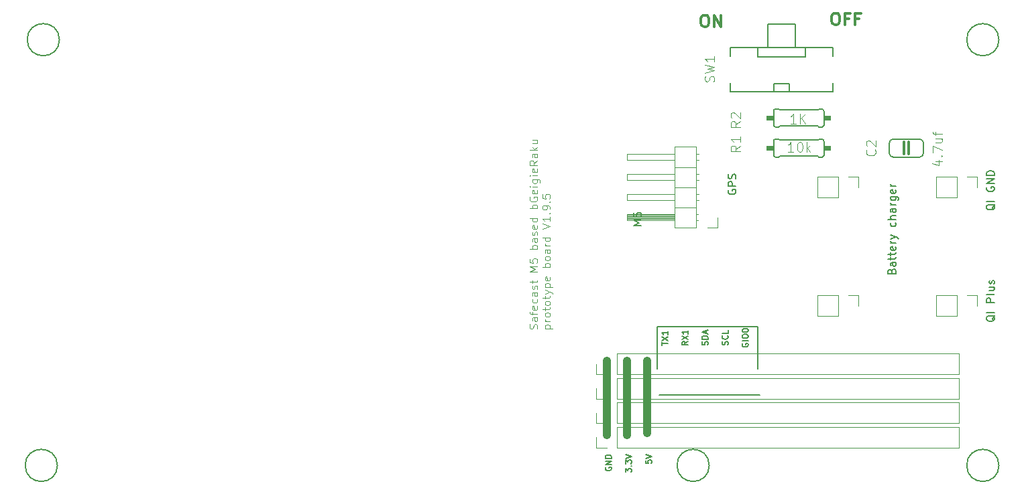
<source format=gbr>
G04 #@! TF.GenerationSoftware,KiCad,Pcbnew,5.99.0-unknown-a61ea1f~89~ubuntu20.04.1*
G04 #@! TF.CreationDate,2020-07-29T14:39:46+09:00*
G04 #@! TF.ProjectId,bGeigieRaku V2,62476569-6769-4655-9261-6b752056322e,rev?*
G04 #@! TF.SameCoordinates,Original*
G04 #@! TF.FileFunction,Legend,Top*
G04 #@! TF.FilePolarity,Positive*
%FSLAX46Y46*%
G04 Gerber Fmt 4.6, Leading zero omitted, Abs format (unit mm)*
G04 Created by KiCad (PCBNEW 5.99.0-unknown-a61ea1f~89~ubuntu20.04.1) date 2020-07-29 14:39:46*
%MOMM*%
%LPD*%
G01*
G04 APERTURE LIST*
%ADD10C,0.200000*%
%ADD11C,1.000000*%
%ADD12C,0.150000*%
%ADD13C,0.300000*%
%ADD14C,0.100000*%
%ADD15C,0.120650*%
%ADD16C,0.096520*%
%ADD17C,0.120000*%
%ADD18C,0.203200*%
%ADD19C,0.152400*%
%ADD20C,0.304800*%
%ADD21C,0.127000*%
G04 APERTURE END LIST*
D10*
X180949600Y-117296000D02*
X168249600Y-117296000D01*
D11*
X166725600Y-112978000D02*
X166725600Y-122122000D01*
X164185600Y-112978000D02*
X164185600Y-122376000D01*
D12*
X197641771Y-101626714D02*
X197689390Y-101483857D01*
X197737009Y-101436238D01*
X197832247Y-101388619D01*
X197975104Y-101388619D01*
X198070342Y-101436238D01*
X198117961Y-101483857D01*
X198165580Y-101579095D01*
X198165580Y-101960047D01*
X197165580Y-101960047D01*
X197165580Y-101626714D01*
X197213200Y-101531476D01*
X197260819Y-101483857D01*
X197356057Y-101436238D01*
X197451295Y-101436238D01*
X197546533Y-101483857D01*
X197594152Y-101531476D01*
X197641771Y-101626714D01*
X197641771Y-101960047D01*
X198165580Y-100531476D02*
X197641771Y-100531476D01*
X197546533Y-100579095D01*
X197498914Y-100674333D01*
X197498914Y-100864809D01*
X197546533Y-100960047D01*
X198117961Y-100531476D02*
X198165580Y-100626714D01*
X198165580Y-100864809D01*
X198117961Y-100960047D01*
X198022723Y-101007666D01*
X197927485Y-101007666D01*
X197832247Y-100960047D01*
X197784628Y-100864809D01*
X197784628Y-100626714D01*
X197737009Y-100531476D01*
X197498914Y-100198142D02*
X197498914Y-99817190D01*
X197165580Y-100055285D02*
X198022723Y-100055285D01*
X198117961Y-100007666D01*
X198165580Y-99912428D01*
X198165580Y-99817190D01*
X197498914Y-99626714D02*
X197498914Y-99245761D01*
X197165580Y-99483857D02*
X198022723Y-99483857D01*
X198117961Y-99436238D01*
X198165580Y-99341000D01*
X198165580Y-99245761D01*
X198117961Y-98531476D02*
X198165580Y-98626714D01*
X198165580Y-98817190D01*
X198117961Y-98912428D01*
X198022723Y-98960047D01*
X197641771Y-98960047D01*
X197546533Y-98912428D01*
X197498914Y-98817190D01*
X197498914Y-98626714D01*
X197546533Y-98531476D01*
X197641771Y-98483857D01*
X197737009Y-98483857D01*
X197832247Y-98960047D01*
X198165580Y-98055285D02*
X197498914Y-98055285D01*
X197689390Y-98055285D02*
X197594152Y-98007666D01*
X197546533Y-97960047D01*
X197498914Y-97864809D01*
X197498914Y-97769571D01*
X197498914Y-97531476D02*
X198165580Y-97293380D01*
X197498914Y-97055285D02*
X198165580Y-97293380D01*
X198403676Y-97388619D01*
X198451295Y-97436238D01*
X198498914Y-97531476D01*
X198117961Y-95483857D02*
X198165580Y-95579095D01*
X198165580Y-95769571D01*
X198117961Y-95864809D01*
X198070342Y-95912428D01*
X197975104Y-95960047D01*
X197689390Y-95960047D01*
X197594152Y-95912428D01*
X197546533Y-95864809D01*
X197498914Y-95769571D01*
X197498914Y-95579095D01*
X197546533Y-95483857D01*
X198165580Y-95055285D02*
X197165580Y-95055285D01*
X198165580Y-94626714D02*
X197641771Y-94626714D01*
X197546533Y-94674333D01*
X197498914Y-94769571D01*
X197498914Y-94912428D01*
X197546533Y-95007666D01*
X197594152Y-95055285D01*
X198165580Y-93721952D02*
X197641771Y-93721952D01*
X197546533Y-93769571D01*
X197498914Y-93864809D01*
X197498914Y-94055285D01*
X197546533Y-94150523D01*
X198117961Y-93721952D02*
X198165580Y-93817190D01*
X198165580Y-94055285D01*
X198117961Y-94150523D01*
X198022723Y-94198142D01*
X197927485Y-94198142D01*
X197832247Y-94150523D01*
X197784628Y-94055285D01*
X197784628Y-93817190D01*
X197737009Y-93721952D01*
X198165580Y-93245761D02*
X197498914Y-93245761D01*
X197689390Y-93245761D02*
X197594152Y-93198142D01*
X197546533Y-93150523D01*
X197498914Y-93055285D01*
X197498914Y-92960047D01*
X197498914Y-92198142D02*
X198308438Y-92198142D01*
X198403676Y-92245761D01*
X198451295Y-92293380D01*
X198498914Y-92388619D01*
X198498914Y-92531476D01*
X198451295Y-92626714D01*
X198117961Y-92198142D02*
X198165580Y-92293380D01*
X198165580Y-92483857D01*
X198117961Y-92579095D01*
X198070342Y-92626714D01*
X197975104Y-92674333D01*
X197689390Y-92674333D01*
X197594152Y-92626714D01*
X197546533Y-92579095D01*
X197498914Y-92483857D01*
X197498914Y-92293380D01*
X197546533Y-92198142D01*
X198117961Y-91341000D02*
X198165580Y-91436238D01*
X198165580Y-91626714D01*
X198117961Y-91721952D01*
X198022723Y-91769571D01*
X197641771Y-91769571D01*
X197546533Y-91721952D01*
X197498914Y-91626714D01*
X197498914Y-91436238D01*
X197546533Y-91341000D01*
X197641771Y-91293380D01*
X197737009Y-91293380D01*
X197832247Y-91769571D01*
X198165580Y-90864809D02*
X197498914Y-90864809D01*
X197689390Y-90864809D02*
X197594152Y-90817190D01*
X197546533Y-90769571D01*
X197498914Y-90674333D01*
X197498914Y-90579095D01*
D13*
X173925028Y-69230571D02*
X174210742Y-69230571D01*
X174353600Y-69302000D01*
X174496457Y-69444857D01*
X174567885Y-69730571D01*
X174567885Y-70230571D01*
X174496457Y-70516285D01*
X174353600Y-70659142D01*
X174210742Y-70730571D01*
X173925028Y-70730571D01*
X173782171Y-70659142D01*
X173639314Y-70516285D01*
X173567885Y-70230571D01*
X173567885Y-69730571D01*
X173639314Y-69444857D01*
X173782171Y-69302000D01*
X173925028Y-69230571D01*
X175210742Y-70730571D02*
X175210742Y-69230571D01*
X176067885Y-70730571D01*
X176067885Y-69230571D01*
X190443028Y-68976571D02*
X190728742Y-68976571D01*
X190871600Y-69048000D01*
X191014457Y-69190857D01*
X191085885Y-69476571D01*
X191085885Y-69976571D01*
X191014457Y-70262285D01*
X190871600Y-70405142D01*
X190728742Y-70476571D01*
X190443028Y-70476571D01*
X190300171Y-70405142D01*
X190157314Y-70262285D01*
X190085885Y-69976571D01*
X190085885Y-69476571D01*
X190157314Y-69190857D01*
X190300171Y-69048000D01*
X190443028Y-68976571D01*
X192228742Y-69690857D02*
X191728742Y-69690857D01*
X191728742Y-70476571D02*
X191728742Y-68976571D01*
X192443028Y-68976571D01*
X193514457Y-69690857D02*
X193014457Y-69690857D01*
X193014457Y-70476571D02*
X193014457Y-68976571D01*
X193728742Y-68976571D01*
D12*
X166034980Y-95880523D02*
X165034980Y-95880523D01*
X165749266Y-95547190D01*
X165034980Y-95213857D01*
X166034980Y-95213857D01*
X165034980Y-94261476D02*
X165034980Y-94737666D01*
X165511171Y-94785285D01*
X165463552Y-94737666D01*
X165415933Y-94642428D01*
X165415933Y-94404333D01*
X165463552Y-94309095D01*
X165511171Y-94261476D01*
X165606409Y-94213857D01*
X165844504Y-94213857D01*
X165939742Y-94261476D01*
X165987361Y-94309095D01*
X166034980Y-94404333D01*
X166034980Y-94642428D01*
X165987361Y-94737666D01*
X165939742Y-94785285D01*
D10*
X180695600Y-108660000D02*
X180695600Y-113994000D01*
X167995600Y-108660000D02*
X180695600Y-108660000D01*
X167995600Y-113994000D02*
X167995600Y-108660000D01*
D11*
X161645600Y-112978000D02*
X161645600Y-122376000D01*
D12*
X178796600Y-110789142D02*
X178760885Y-110860571D01*
X178760885Y-110967714D01*
X178796600Y-111074857D01*
X178868028Y-111146285D01*
X178939457Y-111182000D01*
X179082314Y-111217714D01*
X179189457Y-111217714D01*
X179332314Y-111182000D01*
X179403742Y-111146285D01*
X179475171Y-111074857D01*
X179510885Y-110967714D01*
X179510885Y-110896285D01*
X179475171Y-110789142D01*
X179439457Y-110753428D01*
X179189457Y-110753428D01*
X179189457Y-110896285D01*
X179510885Y-110432000D02*
X178760885Y-110432000D01*
X178760885Y-109932000D02*
X178760885Y-109789142D01*
X178796600Y-109717714D01*
X178868028Y-109646285D01*
X179010885Y-109610571D01*
X179260885Y-109610571D01*
X179403742Y-109646285D01*
X179475171Y-109717714D01*
X179510885Y-109789142D01*
X179510885Y-109932000D01*
X179475171Y-110003428D01*
X179403742Y-110074857D01*
X179260885Y-110110571D01*
X179010885Y-110110571D01*
X178868028Y-110074857D01*
X178796600Y-110003428D01*
X178760885Y-109932000D01*
X178760885Y-109146285D02*
X178760885Y-109074857D01*
X178796600Y-109003428D01*
X178832314Y-108967714D01*
X178903742Y-108932000D01*
X179046600Y-108896285D01*
X179225171Y-108896285D01*
X179368028Y-108932000D01*
X179439457Y-108967714D01*
X179475171Y-109003428D01*
X179510885Y-109074857D01*
X179510885Y-109146285D01*
X179475171Y-109217714D01*
X179439457Y-109253428D01*
X179368028Y-109289142D01*
X179225171Y-109324857D01*
X179046600Y-109324857D01*
X178903742Y-109289142D01*
X178832314Y-109253428D01*
X178796600Y-109217714D01*
X178760885Y-109146285D01*
X176935171Y-110949857D02*
X176970885Y-110842714D01*
X176970885Y-110664142D01*
X176935171Y-110592714D01*
X176899457Y-110557000D01*
X176828028Y-110521285D01*
X176756600Y-110521285D01*
X176685171Y-110557000D01*
X176649457Y-110592714D01*
X176613742Y-110664142D01*
X176578028Y-110807000D01*
X176542314Y-110878428D01*
X176506600Y-110914142D01*
X176435171Y-110949857D01*
X176363742Y-110949857D01*
X176292314Y-110914142D01*
X176256600Y-110878428D01*
X176220885Y-110807000D01*
X176220885Y-110628428D01*
X176256600Y-110521285D01*
X176899457Y-109771285D02*
X176935171Y-109807000D01*
X176970885Y-109914142D01*
X176970885Y-109985571D01*
X176935171Y-110092714D01*
X176863742Y-110164142D01*
X176792314Y-110199857D01*
X176649457Y-110235571D01*
X176542314Y-110235571D01*
X176399457Y-110199857D01*
X176328028Y-110164142D01*
X176256600Y-110092714D01*
X176220885Y-109985571D01*
X176220885Y-109914142D01*
X176256600Y-109807000D01*
X176292314Y-109771285D01*
X176970885Y-109092714D02*
X176970885Y-109449857D01*
X176220885Y-109449857D01*
X174395171Y-110967714D02*
X174430885Y-110860571D01*
X174430885Y-110682000D01*
X174395171Y-110610571D01*
X174359457Y-110574857D01*
X174288028Y-110539142D01*
X174216600Y-110539142D01*
X174145171Y-110574857D01*
X174109457Y-110610571D01*
X174073742Y-110682000D01*
X174038028Y-110824857D01*
X174002314Y-110896285D01*
X173966600Y-110932000D01*
X173895171Y-110967714D01*
X173823742Y-110967714D01*
X173752314Y-110932000D01*
X173716600Y-110896285D01*
X173680885Y-110824857D01*
X173680885Y-110646285D01*
X173716600Y-110539142D01*
X174430885Y-110217714D02*
X173680885Y-110217714D01*
X173680885Y-110039142D01*
X173716600Y-109932000D01*
X173788028Y-109860571D01*
X173859457Y-109824857D01*
X174002314Y-109789142D01*
X174109457Y-109789142D01*
X174252314Y-109824857D01*
X174323742Y-109860571D01*
X174395171Y-109932000D01*
X174430885Y-110039142D01*
X174430885Y-110217714D01*
X174216600Y-109503428D02*
X174216600Y-109146285D01*
X174430885Y-109574857D02*
X173680885Y-109324857D01*
X174430885Y-109074857D01*
X171890885Y-110539141D02*
X171533742Y-110789141D01*
X171890885Y-110967713D02*
X171140885Y-110967713D01*
X171140885Y-110681999D01*
X171176600Y-110610570D01*
X171212314Y-110574856D01*
X171283742Y-110539141D01*
X171390885Y-110539141D01*
X171462314Y-110574856D01*
X171498028Y-110610570D01*
X171533742Y-110681999D01*
X171533742Y-110967713D01*
X171140885Y-110289141D02*
X171890885Y-109789141D01*
X171140885Y-109789141D02*
X171890885Y-110289141D01*
X171890885Y-109110570D02*
X171890885Y-109539141D01*
X171890885Y-109324856D02*
X171140885Y-109324856D01*
X171248028Y-109396284D01*
X171319457Y-109467713D01*
X171355171Y-109539141D01*
X168600885Y-110985570D02*
X168600885Y-110556999D01*
X169350885Y-110771284D02*
X168600885Y-110771284D01*
X168600885Y-110378427D02*
X169350885Y-109878427D01*
X168600885Y-109878427D02*
X169350885Y-110378427D01*
X169350885Y-109199856D02*
X169350885Y-109628427D01*
X169350885Y-109414141D02*
X168600885Y-109414141D01*
X168708028Y-109485570D01*
X168779457Y-109556999D01*
X168815171Y-109628427D01*
X166568885Y-125539143D02*
X166568885Y-125896286D01*
X166926028Y-125932000D01*
X166890314Y-125896286D01*
X166854600Y-125824857D01*
X166854600Y-125646286D01*
X166890314Y-125574857D01*
X166926028Y-125539143D01*
X166997457Y-125503428D01*
X167176028Y-125503428D01*
X167247457Y-125539143D01*
X167283171Y-125574857D01*
X167318885Y-125646286D01*
X167318885Y-125824857D01*
X167283171Y-125896286D01*
X167247457Y-125932000D01*
X166568885Y-125289143D02*
X167318885Y-125039143D01*
X166568885Y-124789143D01*
X164028885Y-127039142D02*
X164028885Y-126574857D01*
X164314600Y-126824857D01*
X164314600Y-126717714D01*
X164350314Y-126646285D01*
X164386028Y-126610571D01*
X164457457Y-126574857D01*
X164636028Y-126574857D01*
X164707457Y-126610571D01*
X164743171Y-126646285D01*
X164778885Y-126717714D01*
X164778885Y-126932000D01*
X164743171Y-127003428D01*
X164707457Y-127039142D01*
X164707457Y-126253428D02*
X164743171Y-126217714D01*
X164778885Y-126253428D01*
X164743171Y-126289142D01*
X164707457Y-126253428D01*
X164778885Y-126253428D01*
X164028885Y-125967714D02*
X164028885Y-125503428D01*
X164314600Y-125753428D01*
X164314600Y-125646285D01*
X164350314Y-125574857D01*
X164386028Y-125539142D01*
X164457457Y-125503428D01*
X164636028Y-125503428D01*
X164707457Y-125539142D01*
X164743171Y-125574857D01*
X164778885Y-125646285D01*
X164778885Y-125860571D01*
X164743171Y-125932000D01*
X164707457Y-125967714D01*
X164028885Y-125289142D02*
X164778885Y-125039142D01*
X164028885Y-124789142D01*
X161524600Y-126431999D02*
X161488885Y-126503428D01*
X161488885Y-126610571D01*
X161524600Y-126717713D01*
X161596028Y-126789142D01*
X161667457Y-126824856D01*
X161810314Y-126860571D01*
X161917457Y-126860571D01*
X162060314Y-126824856D01*
X162131742Y-126789142D01*
X162203171Y-126717713D01*
X162238885Y-126610571D01*
X162238885Y-126539142D01*
X162203171Y-126431999D01*
X162167457Y-126396285D01*
X161917457Y-126396285D01*
X161917457Y-126539142D01*
X162238885Y-126074856D02*
X161488885Y-126074856D01*
X162238885Y-125646285D01*
X161488885Y-125646285D01*
X162238885Y-125289142D02*
X161488885Y-125289142D01*
X161488885Y-125110571D01*
X161524600Y-125003428D01*
X161596028Y-124931999D01*
X161667457Y-124896285D01*
X161810314Y-124860571D01*
X161917457Y-124860571D01*
X162060314Y-124896285D01*
X162131742Y-124931999D01*
X162203171Y-125003428D01*
X162238885Y-125110571D01*
X162238885Y-125289142D01*
D14*
X152863361Y-108912523D02*
X152910980Y-108769666D01*
X152910980Y-108531571D01*
X152863361Y-108436333D01*
X152815742Y-108388714D01*
X152720504Y-108341095D01*
X152625266Y-108341095D01*
X152530028Y-108388714D01*
X152482409Y-108436333D01*
X152434790Y-108531571D01*
X152387171Y-108722047D01*
X152339552Y-108817285D01*
X152291933Y-108864904D01*
X152196695Y-108912523D01*
X152101457Y-108912523D01*
X152006219Y-108864904D01*
X151958600Y-108817285D01*
X151910980Y-108722047D01*
X151910980Y-108483952D01*
X151958600Y-108341095D01*
X152910980Y-107483952D02*
X152387171Y-107483952D01*
X152291933Y-107531571D01*
X152244314Y-107626809D01*
X152244314Y-107817285D01*
X152291933Y-107912523D01*
X152863361Y-107483952D02*
X152910980Y-107579190D01*
X152910980Y-107817285D01*
X152863361Y-107912523D01*
X152768123Y-107960142D01*
X152672885Y-107960142D01*
X152577647Y-107912523D01*
X152530028Y-107817285D01*
X152530028Y-107579190D01*
X152482409Y-107483952D01*
X152244314Y-107150619D02*
X152244314Y-106769666D01*
X152910980Y-107007761D02*
X152053838Y-107007761D01*
X151958600Y-106960142D01*
X151910980Y-106864904D01*
X151910980Y-106769666D01*
X152863361Y-106055380D02*
X152910980Y-106150619D01*
X152910980Y-106341095D01*
X152863361Y-106436333D01*
X152768123Y-106483952D01*
X152387171Y-106483952D01*
X152291933Y-106436333D01*
X152244314Y-106341095D01*
X152244314Y-106150619D01*
X152291933Y-106055380D01*
X152387171Y-106007761D01*
X152482409Y-106007761D01*
X152577647Y-106483952D01*
X152863361Y-105150619D02*
X152910980Y-105245857D01*
X152910980Y-105436333D01*
X152863361Y-105531571D01*
X152815742Y-105579190D01*
X152720504Y-105626809D01*
X152434790Y-105626809D01*
X152339552Y-105579190D01*
X152291933Y-105531571D01*
X152244314Y-105436333D01*
X152244314Y-105245857D01*
X152291933Y-105150619D01*
X152910980Y-104293476D02*
X152387171Y-104293476D01*
X152291933Y-104341095D01*
X152244314Y-104436333D01*
X152244314Y-104626809D01*
X152291933Y-104722047D01*
X152863361Y-104293476D02*
X152910980Y-104388714D01*
X152910980Y-104626809D01*
X152863361Y-104722047D01*
X152768123Y-104769666D01*
X152672885Y-104769666D01*
X152577647Y-104722047D01*
X152530028Y-104626809D01*
X152530028Y-104388714D01*
X152482409Y-104293476D01*
X152863361Y-103864904D02*
X152910980Y-103769666D01*
X152910980Y-103579190D01*
X152863361Y-103483952D01*
X152768123Y-103436333D01*
X152720504Y-103436333D01*
X152625266Y-103483952D01*
X152577647Y-103579190D01*
X152577647Y-103722047D01*
X152530028Y-103817285D01*
X152434790Y-103864904D01*
X152387171Y-103864904D01*
X152291933Y-103817285D01*
X152244314Y-103722047D01*
X152244314Y-103579190D01*
X152291933Y-103483952D01*
X152244314Y-103150619D02*
X152244314Y-102769666D01*
X151910980Y-103007761D02*
X152768123Y-103007761D01*
X152863361Y-102960142D01*
X152910980Y-102864904D01*
X152910980Y-102769666D01*
X152910980Y-101674428D02*
X151910980Y-101674428D01*
X152625266Y-101341095D01*
X151910980Y-101007761D01*
X152910980Y-101007761D01*
X151910980Y-100055380D02*
X151910980Y-100531571D01*
X152387171Y-100579190D01*
X152339552Y-100531571D01*
X152291933Y-100436333D01*
X152291933Y-100198238D01*
X152339552Y-100103000D01*
X152387171Y-100055380D01*
X152482409Y-100007761D01*
X152720504Y-100007761D01*
X152815742Y-100055380D01*
X152863361Y-100103000D01*
X152910980Y-100198238D01*
X152910980Y-100436333D01*
X152863361Y-100531571D01*
X152815742Y-100579190D01*
X152910980Y-98817285D02*
X151910980Y-98817285D01*
X152291933Y-98817285D02*
X152244314Y-98722047D01*
X152244314Y-98531571D01*
X152291933Y-98436333D01*
X152339552Y-98388714D01*
X152434790Y-98341095D01*
X152720504Y-98341095D01*
X152815742Y-98388714D01*
X152863361Y-98436333D01*
X152910980Y-98531571D01*
X152910980Y-98722047D01*
X152863361Y-98817285D01*
X152910980Y-97483952D02*
X152387171Y-97483952D01*
X152291933Y-97531571D01*
X152244314Y-97626809D01*
X152244314Y-97817285D01*
X152291933Y-97912523D01*
X152863361Y-97483952D02*
X152910980Y-97579190D01*
X152910980Y-97817285D01*
X152863361Y-97912523D01*
X152768123Y-97960142D01*
X152672885Y-97960142D01*
X152577647Y-97912523D01*
X152530028Y-97817285D01*
X152530028Y-97579190D01*
X152482409Y-97483952D01*
X152863361Y-97055380D02*
X152910980Y-96960142D01*
X152910980Y-96769666D01*
X152863361Y-96674428D01*
X152768123Y-96626809D01*
X152720504Y-96626809D01*
X152625266Y-96674428D01*
X152577647Y-96769666D01*
X152577647Y-96912523D01*
X152530028Y-97007761D01*
X152434790Y-97055380D01*
X152387171Y-97055380D01*
X152291933Y-97007761D01*
X152244314Y-96912523D01*
X152244314Y-96769666D01*
X152291933Y-96674428D01*
X152863361Y-95817285D02*
X152910980Y-95912523D01*
X152910980Y-96103000D01*
X152863361Y-96198238D01*
X152768123Y-96245857D01*
X152387171Y-96245857D01*
X152291933Y-96198238D01*
X152244314Y-96103000D01*
X152244314Y-95912523D01*
X152291933Y-95817285D01*
X152387171Y-95769666D01*
X152482409Y-95769666D01*
X152577647Y-96245857D01*
X152910980Y-94912523D02*
X151910980Y-94912523D01*
X152863361Y-94912523D02*
X152910980Y-95007761D01*
X152910980Y-95198238D01*
X152863361Y-95293476D01*
X152815742Y-95341095D01*
X152720504Y-95388714D01*
X152434790Y-95388714D01*
X152339552Y-95341095D01*
X152291933Y-95293476D01*
X152244314Y-95198238D01*
X152244314Y-95007761D01*
X152291933Y-94912523D01*
X152910980Y-93674428D02*
X151910980Y-93674428D01*
X152291933Y-93674428D02*
X152244314Y-93579190D01*
X152244314Y-93388714D01*
X152291933Y-93293476D01*
X152339552Y-93245857D01*
X152434790Y-93198238D01*
X152720504Y-93198238D01*
X152815742Y-93245857D01*
X152863361Y-93293476D01*
X152910980Y-93388714D01*
X152910980Y-93579190D01*
X152863361Y-93674428D01*
X151958600Y-92245857D02*
X151910980Y-92341095D01*
X151910980Y-92483952D01*
X151958600Y-92626809D01*
X152053838Y-92722047D01*
X152149076Y-92769666D01*
X152339552Y-92817285D01*
X152482409Y-92817285D01*
X152672885Y-92769666D01*
X152768123Y-92722047D01*
X152863361Y-92626809D01*
X152910980Y-92483952D01*
X152910980Y-92388714D01*
X152863361Y-92245857D01*
X152815742Y-92198238D01*
X152482409Y-92198238D01*
X152482409Y-92388714D01*
X152863361Y-91388714D02*
X152910980Y-91483952D01*
X152910980Y-91674428D01*
X152863361Y-91769666D01*
X152768123Y-91817285D01*
X152387171Y-91817285D01*
X152291933Y-91769666D01*
X152244314Y-91674428D01*
X152244314Y-91483952D01*
X152291933Y-91388714D01*
X152387171Y-91341095D01*
X152482409Y-91341095D01*
X152577647Y-91817285D01*
X152910980Y-90912523D02*
X152244314Y-90912523D01*
X151910980Y-90912523D02*
X151958600Y-90960142D01*
X152006219Y-90912523D01*
X151958600Y-90864904D01*
X151910980Y-90912523D01*
X152006219Y-90912523D01*
X152244314Y-90007761D02*
X153053838Y-90007761D01*
X153149076Y-90055380D01*
X153196695Y-90103000D01*
X153244314Y-90198238D01*
X153244314Y-90341095D01*
X153196695Y-90436333D01*
X152863361Y-90007761D02*
X152910980Y-90103000D01*
X152910980Y-90293476D01*
X152863361Y-90388714D01*
X152815742Y-90436333D01*
X152720504Y-90483952D01*
X152434790Y-90483952D01*
X152339552Y-90436333D01*
X152291933Y-90388714D01*
X152244314Y-90293476D01*
X152244314Y-90103000D01*
X152291933Y-90007761D01*
X152910980Y-89531571D02*
X152244314Y-89531571D01*
X151910980Y-89531571D02*
X151958600Y-89579190D01*
X152006219Y-89531571D01*
X151958600Y-89483952D01*
X151910980Y-89531571D01*
X152006219Y-89531571D01*
X152863361Y-88674428D02*
X152910980Y-88769666D01*
X152910980Y-88960142D01*
X152863361Y-89055380D01*
X152768123Y-89103000D01*
X152387171Y-89103000D01*
X152291933Y-89055380D01*
X152244314Y-88960142D01*
X152244314Y-88769666D01*
X152291933Y-88674428D01*
X152387171Y-88626809D01*
X152482409Y-88626809D01*
X152577647Y-89103000D01*
X152910980Y-87626809D02*
X152434790Y-87960142D01*
X152910980Y-88198238D02*
X151910980Y-88198238D01*
X151910980Y-87817285D01*
X151958600Y-87722047D01*
X152006219Y-87674428D01*
X152101457Y-87626809D01*
X152244314Y-87626809D01*
X152339552Y-87674428D01*
X152387171Y-87722047D01*
X152434790Y-87817285D01*
X152434790Y-88198238D01*
X152910980Y-86769666D02*
X152387171Y-86769666D01*
X152291933Y-86817285D01*
X152244314Y-86912523D01*
X152244314Y-87103000D01*
X152291933Y-87198238D01*
X152863361Y-86769666D02*
X152910980Y-86864904D01*
X152910980Y-87103000D01*
X152863361Y-87198238D01*
X152768123Y-87245857D01*
X152672885Y-87245857D01*
X152577647Y-87198238D01*
X152530028Y-87103000D01*
X152530028Y-86864904D01*
X152482409Y-86769666D01*
X152910980Y-86293476D02*
X151910980Y-86293476D01*
X152530028Y-86198238D02*
X152910980Y-85912523D01*
X152244314Y-85912523D02*
X152625266Y-86293476D01*
X152244314Y-85055380D02*
X152910980Y-85055380D01*
X152244314Y-85483952D02*
X152768123Y-85483952D01*
X152863361Y-85436333D01*
X152910980Y-85341095D01*
X152910980Y-85198238D01*
X152863361Y-85103000D01*
X152815742Y-85055380D01*
X153854314Y-108864904D02*
X154854314Y-108864904D01*
X153901933Y-108864904D02*
X153854314Y-108769666D01*
X153854314Y-108579190D01*
X153901933Y-108483952D01*
X153949552Y-108436333D01*
X154044790Y-108388714D01*
X154330504Y-108388714D01*
X154425742Y-108436333D01*
X154473361Y-108483952D01*
X154520980Y-108579190D01*
X154520980Y-108769666D01*
X154473361Y-108864904D01*
X154520980Y-107960142D02*
X153854314Y-107960142D01*
X154044790Y-107960142D02*
X153949552Y-107912523D01*
X153901933Y-107864904D01*
X153854314Y-107769666D01*
X153854314Y-107674428D01*
X154520980Y-107198238D02*
X154473361Y-107293476D01*
X154425742Y-107341095D01*
X154330504Y-107388714D01*
X154044790Y-107388714D01*
X153949552Y-107341095D01*
X153901933Y-107293476D01*
X153854314Y-107198238D01*
X153854314Y-107055380D01*
X153901933Y-106960142D01*
X153949552Y-106912523D01*
X154044790Y-106864904D01*
X154330504Y-106864904D01*
X154425742Y-106912523D01*
X154473361Y-106960142D01*
X154520980Y-107055380D01*
X154520980Y-107198238D01*
X153854314Y-106579190D02*
X153854314Y-106198238D01*
X153520980Y-106436333D02*
X154378123Y-106436333D01*
X154473361Y-106388714D01*
X154520980Y-106293476D01*
X154520980Y-106198238D01*
X154520980Y-105722047D02*
X154473361Y-105817285D01*
X154425742Y-105864904D01*
X154330504Y-105912523D01*
X154044790Y-105912523D01*
X153949552Y-105864904D01*
X153901933Y-105817285D01*
X153854314Y-105722047D01*
X153854314Y-105579190D01*
X153901933Y-105483952D01*
X153949552Y-105436333D01*
X154044790Y-105388714D01*
X154330504Y-105388714D01*
X154425742Y-105436333D01*
X154473361Y-105483952D01*
X154520980Y-105579190D01*
X154520980Y-105722047D01*
X153854314Y-105103000D02*
X153854314Y-104722047D01*
X153520980Y-104960142D02*
X154378123Y-104960142D01*
X154473361Y-104912523D01*
X154520980Y-104817285D01*
X154520980Y-104722047D01*
X153854314Y-104483952D02*
X154520980Y-104245857D01*
X153854314Y-104007761D02*
X154520980Y-104245857D01*
X154759076Y-104341095D01*
X154806695Y-104388714D01*
X154854314Y-104483952D01*
X153854314Y-103626809D02*
X154854314Y-103626809D01*
X153901933Y-103626809D02*
X153854314Y-103531571D01*
X153854314Y-103341095D01*
X153901933Y-103245857D01*
X153949552Y-103198238D01*
X154044790Y-103150619D01*
X154330504Y-103150619D01*
X154425742Y-103198238D01*
X154473361Y-103245857D01*
X154520980Y-103341095D01*
X154520980Y-103531571D01*
X154473361Y-103626809D01*
X154473361Y-102341095D02*
X154520980Y-102436333D01*
X154520980Y-102626809D01*
X154473361Y-102722047D01*
X154378123Y-102769666D01*
X153997171Y-102769666D01*
X153901933Y-102722047D01*
X153854314Y-102626809D01*
X153854314Y-102436333D01*
X153901933Y-102341095D01*
X153997171Y-102293476D01*
X154092409Y-102293476D01*
X154187647Y-102769666D01*
X154520980Y-101103000D02*
X153520980Y-101103000D01*
X153901933Y-101103000D02*
X153854314Y-101007761D01*
X153854314Y-100817285D01*
X153901933Y-100722047D01*
X153949552Y-100674428D01*
X154044790Y-100626809D01*
X154330504Y-100626809D01*
X154425742Y-100674428D01*
X154473361Y-100722047D01*
X154520980Y-100817285D01*
X154520980Y-101007761D01*
X154473361Y-101103000D01*
X154520980Y-100055380D02*
X154473361Y-100150619D01*
X154425742Y-100198238D01*
X154330504Y-100245857D01*
X154044790Y-100245857D01*
X153949552Y-100198238D01*
X153901933Y-100150619D01*
X153854314Y-100055380D01*
X153854314Y-99912523D01*
X153901933Y-99817285D01*
X153949552Y-99769666D01*
X154044790Y-99722047D01*
X154330504Y-99722047D01*
X154425742Y-99769666D01*
X154473361Y-99817285D01*
X154520980Y-99912523D01*
X154520980Y-100055380D01*
X154520980Y-98864904D02*
X153997171Y-98864904D01*
X153901933Y-98912523D01*
X153854314Y-99007761D01*
X153854314Y-99198238D01*
X153901933Y-99293476D01*
X154473361Y-98864904D02*
X154520980Y-98960142D01*
X154520980Y-99198238D01*
X154473361Y-99293476D01*
X154378123Y-99341095D01*
X154282885Y-99341095D01*
X154187647Y-99293476D01*
X154140028Y-99198238D01*
X154140028Y-98960142D01*
X154092409Y-98864904D01*
X154520980Y-98388714D02*
X153854314Y-98388714D01*
X154044790Y-98388714D02*
X153949552Y-98341095D01*
X153901933Y-98293476D01*
X153854314Y-98198238D01*
X153854314Y-98103000D01*
X154520980Y-97341095D02*
X153520980Y-97341095D01*
X154473361Y-97341095D02*
X154520980Y-97436333D01*
X154520980Y-97626809D01*
X154473361Y-97722047D01*
X154425742Y-97769666D01*
X154330504Y-97817285D01*
X154044790Y-97817285D01*
X153949552Y-97769666D01*
X153901933Y-97722047D01*
X153854314Y-97626809D01*
X153854314Y-97436333D01*
X153901933Y-97341095D01*
X153520980Y-96245857D02*
X154520980Y-95912523D01*
X153520980Y-95579190D01*
X154520980Y-94722047D02*
X154520980Y-95293476D01*
X154520980Y-95007761D02*
X153520980Y-95007761D01*
X153663838Y-95103000D01*
X153759076Y-95198238D01*
X153806695Y-95293476D01*
X154425742Y-94293476D02*
X154473361Y-94245857D01*
X154520980Y-94293476D01*
X154473361Y-94341095D01*
X154425742Y-94293476D01*
X154520980Y-94293476D01*
X154520980Y-93769666D02*
X154520980Y-93579190D01*
X154473361Y-93483952D01*
X154425742Y-93436333D01*
X154282885Y-93341095D01*
X154092409Y-93293476D01*
X153711457Y-93293476D01*
X153616219Y-93341095D01*
X153568600Y-93388714D01*
X153520980Y-93483952D01*
X153520980Y-93674428D01*
X153568600Y-93769666D01*
X153616219Y-93817285D01*
X153711457Y-93864904D01*
X153949552Y-93864904D01*
X154044790Y-93817285D01*
X154092409Y-93769666D01*
X154140028Y-93674428D01*
X154140028Y-93483952D01*
X154092409Y-93388714D01*
X154044790Y-93341095D01*
X153949552Y-93293476D01*
X154425742Y-92864904D02*
X154473361Y-92817285D01*
X154520980Y-92864904D01*
X154473361Y-92912523D01*
X154425742Y-92864904D01*
X154520980Y-92864904D01*
X153520980Y-91912523D02*
X153520980Y-92388714D01*
X153997171Y-92436333D01*
X153949552Y-92388714D01*
X153901933Y-92293476D01*
X153901933Y-92055380D01*
X153949552Y-91960142D01*
X153997171Y-91912523D01*
X154092409Y-91864904D01*
X154330504Y-91864904D01*
X154425742Y-91912523D01*
X154473361Y-91960142D01*
X154520980Y-92055380D01*
X154520980Y-92293476D01*
X154473361Y-92388714D01*
X154425742Y-92436333D01*
D12*
X210707219Y-93149904D02*
X210659600Y-93245142D01*
X210564361Y-93340380D01*
X210421504Y-93483238D01*
X210373885Y-93578476D01*
X210373885Y-93673714D01*
X210611980Y-93626095D02*
X210564361Y-93721333D01*
X210469123Y-93816571D01*
X210278647Y-93864190D01*
X209945314Y-93864190D01*
X209754838Y-93816571D01*
X209659600Y-93721333D01*
X209611980Y-93626095D01*
X209611980Y-93435619D01*
X209659600Y-93340380D01*
X209754838Y-93245142D01*
X209945314Y-93197523D01*
X210278647Y-93197523D01*
X210469123Y-93245142D01*
X210564361Y-93340380D01*
X210611980Y-93435619D01*
X210611980Y-93626095D01*
X210611980Y-92768952D02*
X209611980Y-92768952D01*
X209659600Y-91007047D02*
X209611980Y-91102285D01*
X209611980Y-91245142D01*
X209659600Y-91388000D01*
X209754838Y-91483238D01*
X209850076Y-91530857D01*
X210040552Y-91578476D01*
X210183409Y-91578476D01*
X210373885Y-91530857D01*
X210469123Y-91483238D01*
X210564361Y-91388000D01*
X210611980Y-91245142D01*
X210611980Y-91149904D01*
X210564361Y-91007047D01*
X210516742Y-90959428D01*
X210183409Y-90959428D01*
X210183409Y-91149904D01*
X210611980Y-90530857D02*
X209611980Y-90530857D01*
X210611980Y-89959428D01*
X209611980Y-89959428D01*
X210611980Y-89483238D02*
X209611980Y-89483238D01*
X209611980Y-89245142D01*
X209659600Y-89102285D01*
X209754838Y-89007047D01*
X209850076Y-88959428D01*
X210040552Y-88911809D01*
X210183409Y-88911809D01*
X210373885Y-88959428D01*
X210469123Y-89007047D01*
X210564361Y-89102285D01*
X210611980Y-89245142D01*
X210611980Y-89483238D01*
X210707219Y-107215142D02*
X210659600Y-107310380D01*
X210564361Y-107405619D01*
X210421504Y-107548476D01*
X210373885Y-107643714D01*
X210373885Y-107738952D01*
X210611980Y-107691333D02*
X210564361Y-107786571D01*
X210469123Y-107881809D01*
X210278647Y-107929428D01*
X209945314Y-107929428D01*
X209754838Y-107881809D01*
X209659600Y-107786571D01*
X209611980Y-107691333D01*
X209611980Y-107500857D01*
X209659600Y-107405619D01*
X209754838Y-107310380D01*
X209945314Y-107262761D01*
X210278647Y-107262761D01*
X210469123Y-107310380D01*
X210564361Y-107405619D01*
X210611980Y-107500857D01*
X210611980Y-107691333D01*
X210611980Y-106834190D02*
X209611980Y-106834190D01*
X210611980Y-105596095D02*
X209611980Y-105596095D01*
X209611980Y-105215142D01*
X209659600Y-105119904D01*
X209707219Y-105072285D01*
X209802457Y-105024666D01*
X209945314Y-105024666D01*
X210040552Y-105072285D01*
X210088171Y-105119904D01*
X210135790Y-105215142D01*
X210135790Y-105596095D01*
X210611980Y-104453238D02*
X210564361Y-104548476D01*
X210469123Y-104596095D01*
X209611980Y-104596095D01*
X209945314Y-103643714D02*
X210611980Y-103643714D01*
X209945314Y-104072285D02*
X210469123Y-104072285D01*
X210564361Y-104024666D01*
X210611980Y-103929428D01*
X210611980Y-103786571D01*
X210564361Y-103691333D01*
X210516742Y-103643714D01*
X210564361Y-103215142D02*
X210611980Y-103119904D01*
X210611980Y-102929428D01*
X210564361Y-102834190D01*
X210469123Y-102786571D01*
X210421504Y-102786571D01*
X210326266Y-102834190D01*
X210278647Y-102929428D01*
X210278647Y-103072285D01*
X210231028Y-103167523D01*
X210135790Y-103215142D01*
X210088171Y-103215142D01*
X209992933Y-103167523D01*
X209945314Y-103072285D01*
X209945314Y-102929428D01*
X209992933Y-102834190D01*
D15*
X178530265Y-82685279D02*
X177955741Y-83087446D01*
X178530265Y-83374708D02*
X177323765Y-83374708D01*
X177323765Y-82915089D01*
X177381218Y-82800184D01*
X177438670Y-82742732D01*
X177553575Y-82685279D01*
X177725932Y-82685279D01*
X177840837Y-82742732D01*
X177898289Y-82800184D01*
X177955741Y-82915089D01*
X177955741Y-83374708D01*
X177438670Y-82225660D02*
X177381218Y-82168208D01*
X177323765Y-82053303D01*
X177323765Y-81766041D01*
X177381218Y-81651136D01*
X177438670Y-81593684D01*
X177553575Y-81536232D01*
X177668479Y-81536232D01*
X177840837Y-81593684D01*
X178530265Y-82283112D01*
X178530265Y-81536232D01*
X185530867Y-82948547D02*
X184841439Y-82948547D01*
X185186153Y-82948547D02*
X185186153Y-81742047D01*
X185071248Y-81914404D01*
X184956344Y-82029309D01*
X184841439Y-82086761D01*
X186047939Y-82948547D02*
X186047939Y-81742047D01*
X186737367Y-82948547D02*
X186220296Y-82259119D01*
X186737367Y-81742047D02*
X186047939Y-82431476D01*
X178530265Y-85760887D02*
X177955741Y-86163053D01*
X178530265Y-86450315D02*
X177323765Y-86450315D01*
X177323765Y-85990696D01*
X177381218Y-85875791D01*
X177438670Y-85818339D01*
X177553575Y-85760887D01*
X177725932Y-85760887D01*
X177840837Y-85818339D01*
X177898289Y-85875791D01*
X177955741Y-85990696D01*
X177955741Y-86450315D01*
X178530265Y-84611839D02*
X178530265Y-85301267D01*
X178530265Y-84956553D02*
X177323765Y-84956553D01*
X177496122Y-85071458D01*
X177611027Y-85186363D01*
X177668479Y-85301267D01*
X185249260Y-86504547D02*
X184559832Y-86504547D01*
X184904546Y-86504547D02*
X184904546Y-85298047D01*
X184789641Y-85470404D01*
X184674736Y-85585309D01*
X184559832Y-85642761D01*
X185996141Y-85298047D02*
X186111046Y-85298047D01*
X186225951Y-85355500D01*
X186283403Y-85412952D01*
X186340855Y-85527857D01*
X186398308Y-85757666D01*
X186398308Y-86044928D01*
X186340855Y-86274738D01*
X186283403Y-86389642D01*
X186225951Y-86447095D01*
X186111046Y-86504547D01*
X185996141Y-86504547D01*
X185881236Y-86447095D01*
X185823784Y-86389642D01*
X185766332Y-86274738D01*
X185708879Y-86044928D01*
X185708879Y-85757666D01*
X185766332Y-85527857D01*
X185823784Y-85412952D01*
X185881236Y-85355500D01*
X185996141Y-85298047D01*
X186915379Y-86504547D02*
X186915379Y-85298047D01*
X187030284Y-86044928D02*
X187374998Y-86504547D01*
X187374998Y-85700214D02*
X186915379Y-86159833D01*
X195509242Y-86241279D02*
X195566695Y-86298732D01*
X195624147Y-86471089D01*
X195624147Y-86585993D01*
X195566695Y-86758351D01*
X195451790Y-86873255D01*
X195336885Y-86930708D01*
X195107076Y-86988160D01*
X194934719Y-86988160D01*
X194704909Y-86930708D01*
X194590004Y-86873255D01*
X194475100Y-86758351D01*
X194417647Y-86585993D01*
X194417647Y-86471089D01*
X194475100Y-86298732D01*
X194532552Y-86241279D01*
X194532552Y-85781660D02*
X194475100Y-85724208D01*
X194417647Y-85609303D01*
X194417647Y-85322041D01*
X194475100Y-85207136D01*
X194532552Y-85149684D01*
X194647457Y-85092232D01*
X194762361Y-85092232D01*
X194934719Y-85149684D01*
X195624147Y-85839112D01*
X195624147Y-85092232D01*
X203201814Y-87695732D02*
X204006147Y-87695732D01*
X202742195Y-87982993D02*
X203603980Y-88270255D01*
X203603980Y-87523374D01*
X203891242Y-87063755D02*
X203948695Y-87006303D01*
X204006147Y-87063755D01*
X203948695Y-87121208D01*
X203891242Y-87063755D01*
X204006147Y-87063755D01*
X202799647Y-86604136D02*
X202799647Y-85799803D01*
X204006147Y-86316874D01*
X203201814Y-84823112D02*
X204006147Y-84823112D01*
X203201814Y-85340184D02*
X203833790Y-85340184D01*
X203948695Y-85282732D01*
X204006147Y-85167827D01*
X204006147Y-84995470D01*
X203948695Y-84880565D01*
X203891242Y-84823112D01*
X203201814Y-84420946D02*
X203201814Y-83961327D01*
X204006147Y-84248589D02*
X202972004Y-84248589D01*
X202857100Y-84191136D01*
X202799647Y-84076232D01*
X202799647Y-83961327D01*
D16*
X175183195Y-77633452D02*
X175240647Y-77461095D01*
X175240647Y-77173833D01*
X175183195Y-77058928D01*
X175125742Y-77001476D01*
X175010838Y-76944023D01*
X174895933Y-76944023D01*
X174781028Y-77001476D01*
X174723576Y-77058928D01*
X174666123Y-77173833D01*
X174608671Y-77403642D01*
X174551219Y-77518547D01*
X174493766Y-77576000D01*
X174378861Y-77633452D01*
X174263957Y-77633452D01*
X174149052Y-77576000D01*
X174091600Y-77518547D01*
X174034147Y-77403642D01*
X174034147Y-77116381D01*
X174091600Y-76944023D01*
X174034147Y-76541857D02*
X175240647Y-76254595D01*
X174378861Y-76024785D01*
X175240647Y-75794976D01*
X174034147Y-75507714D01*
X175240647Y-74416119D02*
X175240647Y-75105547D01*
X175240647Y-74760833D02*
X174034147Y-74760833D01*
X174206504Y-74875738D01*
X174321409Y-74990642D01*
X174378861Y-75105547D01*
D12*
X177020600Y-91340285D02*
X176972980Y-91435523D01*
X176972980Y-91578380D01*
X177020600Y-91721238D01*
X177115838Y-91816476D01*
X177211076Y-91864095D01*
X177401552Y-91911714D01*
X177544409Y-91911714D01*
X177734885Y-91864095D01*
X177830123Y-91816476D01*
X177925361Y-91721238D01*
X177972980Y-91578380D01*
X177972980Y-91483142D01*
X177925361Y-91340285D01*
X177877742Y-91292666D01*
X177544409Y-91292666D01*
X177544409Y-91483142D01*
X177972980Y-90864095D02*
X176972980Y-90864095D01*
X176972980Y-90483142D01*
X177020600Y-90387904D01*
X177068219Y-90340285D01*
X177163457Y-90292666D01*
X177306314Y-90292666D01*
X177401552Y-90340285D01*
X177449171Y-90387904D01*
X177496790Y-90483142D01*
X177496790Y-90864095D01*
X177925361Y-89911714D02*
X177972980Y-89768857D01*
X177972980Y-89530761D01*
X177925361Y-89435523D01*
X177877742Y-89387904D01*
X177782504Y-89340285D01*
X177687266Y-89340285D01*
X177592028Y-89387904D01*
X177544409Y-89435523D01*
X177496790Y-89530761D01*
X177449171Y-89721238D01*
X177401552Y-89816476D01*
X177353933Y-89864095D01*
X177258695Y-89911714D01*
X177163457Y-89911714D01*
X177068219Y-89864095D01*
X177020600Y-89816476D01*
X176972980Y-89721238D01*
X176972980Y-89483142D01*
X177020600Y-89340285D01*
D17*
X206156000Y-117779000D02*
X206156000Y-115119000D01*
X162916000Y-117779000D02*
X206156000Y-117779000D01*
X162916000Y-115119000D02*
X206156000Y-115119000D01*
X162916000Y-117779000D02*
X162916000Y-115119000D01*
X161646000Y-117779000D02*
X160316000Y-117779000D01*
X160316000Y-117779000D02*
X160316000Y-116449000D01*
D18*
X174600000Y-126186000D02*
G75*
G03*
X174600000Y-126186000I-2032000J0D01*
G01*
X92303600Y-126186000D02*
G75*
G03*
X92303600Y-126186000I-2032000J0D01*
G01*
X92557600Y-72338000D02*
G75*
G03*
X92557600Y-72338000I-2032000J0D01*
G01*
X211176000Y-72338000D02*
G75*
G03*
X211176000Y-72338000I-2032000J0D01*
G01*
X211176000Y-126186000D02*
G75*
G03*
X211176000Y-126186000I-2032000J0D01*
G01*
D17*
X193456000Y-104663000D02*
X193456000Y-105993000D01*
X192126000Y-104663000D02*
X193456000Y-104663000D01*
X190856000Y-104663000D02*
X190856000Y-107323000D01*
X190856000Y-107323000D02*
X188256000Y-107323000D01*
X190856000Y-104663000D02*
X188256000Y-104663000D01*
X188256000Y-104663000D02*
X188256000Y-107323000D01*
X208442000Y-104663000D02*
X208442000Y-105993000D01*
X207112000Y-104663000D02*
X208442000Y-104663000D01*
X205842000Y-104663000D02*
X205842000Y-107323000D01*
X205842000Y-107323000D02*
X203242000Y-107323000D01*
X205842000Y-104663000D02*
X203242000Y-104663000D01*
X203242000Y-104663000D02*
X203242000Y-107323000D01*
X208442000Y-89677000D02*
X208442000Y-91007000D01*
X207112000Y-89677000D02*
X208442000Y-89677000D01*
X205842000Y-89677000D02*
X205842000Y-92337000D01*
X205842000Y-92337000D02*
X203242000Y-92337000D01*
X205842000Y-89677000D02*
X203242000Y-89677000D01*
X203242000Y-89677000D02*
X203242000Y-92337000D01*
X193456000Y-89677000D02*
X193456000Y-91007000D01*
X192126000Y-89677000D02*
X193456000Y-89677000D01*
X190856000Y-89677000D02*
X190856000Y-92337000D01*
X190856000Y-92337000D02*
X188256000Y-92337000D01*
X190856000Y-89677000D02*
X188256000Y-89677000D01*
X188256000Y-89677000D02*
X188256000Y-92337000D01*
X160316000Y-114689000D02*
X160316000Y-113359000D01*
X161646000Y-114689000D02*
X160316000Y-114689000D01*
X162916000Y-114689000D02*
X162916000Y-112029000D01*
X162916000Y-112029000D02*
X206156000Y-112029000D01*
X162916000Y-114689000D02*
X206156000Y-114689000D01*
X206156000Y-114689000D02*
X206156000Y-112029000D01*
X160316000Y-120870000D02*
X160316000Y-119540000D01*
X161646000Y-120870000D02*
X160316000Y-120870000D01*
X162916000Y-120870000D02*
X162916000Y-118210000D01*
X162916000Y-118210000D02*
X206156000Y-118210000D01*
X162916000Y-120870000D02*
X206156000Y-120870000D01*
X206156000Y-120870000D02*
X206156000Y-118210000D01*
X160316000Y-123960000D02*
X160316000Y-122630000D01*
X161646000Y-123960000D02*
X160316000Y-123960000D01*
X162916000Y-123960000D02*
X162916000Y-121300000D01*
X162916000Y-121300000D02*
X206156000Y-121300000D01*
X162916000Y-123960000D02*
X206156000Y-123960000D01*
X206156000Y-123960000D02*
X206156000Y-121300000D01*
G36*
X182728000Y-82548800D02*
G01*
X181864400Y-82548800D01*
X181864400Y-81939200D01*
X182728000Y-81939200D01*
X182728000Y-82548800D01*
G37*
G36*
X189941600Y-82548800D02*
G01*
X189078000Y-82548800D01*
X189078000Y-81939200D01*
X189941600Y-81939200D01*
X189941600Y-82548800D01*
G37*
D19*
X189078000Y-83133000D02*
X189078000Y-81355000D01*
X188824000Y-83387000D02*
X188443000Y-83387000D01*
X188824000Y-81101000D02*
X188443000Y-81101000D01*
X188316000Y-83260000D02*
X183490000Y-83260000D01*
X188316000Y-83260000D02*
X188443000Y-83387000D01*
X188316000Y-81228000D02*
X183490000Y-81228000D01*
X188316000Y-81228000D02*
X188443000Y-81101000D01*
X183490000Y-83260000D02*
X183363000Y-83387000D01*
X182982000Y-83387000D02*
X183363000Y-83387000D01*
X183490000Y-81228000D02*
X183363000Y-81101000D01*
X182982000Y-81101000D02*
X183363000Y-81101000D01*
X182728000Y-83133000D02*
X182728000Y-81355000D01*
X189078000Y-81355000D02*
G75*
G03*
X188824000Y-81101000I-254000J0D01*
G01*
X189078000Y-83133000D02*
G75*
G02*
X188824000Y-83387000I-254000J0D01*
G01*
X182982000Y-83387000D02*
G75*
G02*
X182728000Y-83133000I0J254000D01*
G01*
X182982000Y-81101000D02*
G75*
G03*
X182728000Y-81355000I0J-254000D01*
G01*
G36*
X189941600Y-86358800D02*
G01*
X189078000Y-86358800D01*
X189078000Y-85749200D01*
X189941600Y-85749200D01*
X189941600Y-86358800D01*
G37*
G36*
X182728000Y-86358800D02*
G01*
X181864400Y-86358800D01*
X181864400Y-85749200D01*
X182728000Y-85749200D01*
X182728000Y-86358800D01*
G37*
X182728000Y-85165000D02*
X182728000Y-86943000D01*
X182982000Y-84911000D02*
X183363000Y-84911000D01*
X182982000Y-87197000D02*
X183363000Y-87197000D01*
X183490000Y-85038000D02*
X188316000Y-85038000D01*
X183490000Y-85038000D02*
X183363000Y-84911000D01*
X183490000Y-87070000D02*
X188316000Y-87070000D01*
X183490000Y-87070000D02*
X183363000Y-87197000D01*
X188316000Y-85038000D02*
X188443000Y-84911000D01*
X188824000Y-84911000D02*
X188443000Y-84911000D01*
X188316000Y-87070000D02*
X188443000Y-87197000D01*
X188824000Y-87197000D02*
X188443000Y-87197000D01*
X189078000Y-85165000D02*
X189078000Y-86943000D01*
X182728000Y-86943000D02*
G75*
G03*
X182982000Y-87197000I254000J0D01*
G01*
X182728000Y-85165000D02*
G75*
G02*
X182982000Y-84911000I254000J0D01*
G01*
X188824000Y-84911000D02*
G75*
G02*
X189078000Y-85165000I0J-254000D01*
G01*
X188824000Y-87197000D02*
G75*
G03*
X189078000Y-86943000I0J254000D01*
G01*
D20*
X199161800Y-86816000D02*
X199161800Y-85292000D01*
X199796800Y-86816000D02*
X199796800Y-85292000D01*
D19*
X197333000Y-85419000D02*
G75*
G02*
X197841000Y-84911000I508000J0D01*
G01*
X197333000Y-86689000D02*
G75*
G03*
X197841000Y-87197000I508000J0D01*
G01*
X197841000Y-84911000D02*
X201143000Y-84911000D01*
X197333000Y-85419000D02*
X197333000Y-86689000D01*
X197841000Y-87197000D02*
X201143000Y-87197000D01*
X201143000Y-84911000D02*
G75*
G02*
X201651000Y-85419000I0J-508000D01*
G01*
X201143000Y-87197000D02*
G75*
G03*
X201651000Y-86689000I0J508000D01*
G01*
X201651000Y-85419000D02*
X201651000Y-86689000D01*
D21*
X190244000Y-78948000D02*
X184744000Y-78948000D01*
X184744000Y-78948000D02*
X182744000Y-78948000D01*
X182744000Y-78948000D02*
X177244000Y-78948000D01*
X177244000Y-73348000D02*
X180744000Y-73348000D01*
X180744000Y-73348000D02*
X181994000Y-73348000D01*
X181994000Y-73348000D02*
X185494000Y-73348000D01*
X185494000Y-73348000D02*
X186744000Y-73348000D01*
X186744000Y-73348000D02*
X190244000Y-73348000D01*
X184744000Y-78948000D02*
X184744000Y-77948000D01*
X184744000Y-77948000D02*
X182744000Y-77948000D01*
X182744000Y-77948000D02*
X182744000Y-78948000D01*
X186744000Y-73348000D02*
X186744000Y-74548000D01*
X186744000Y-74548000D02*
X180744000Y-74548000D01*
X180744000Y-74548000D02*
X180744000Y-73348000D01*
X185494000Y-73348000D02*
X185494000Y-70348000D01*
X185494000Y-70348000D02*
X181994000Y-70348000D01*
X181994000Y-70348000D02*
X181994000Y-73348000D01*
X190244000Y-78948000D02*
X190244000Y-77848000D01*
X190244000Y-73348000D02*
X190244000Y-74448000D01*
X177244000Y-78948000D02*
X177244000Y-77848000D01*
X177244000Y-73348000D02*
X177244000Y-74448000D01*
D17*
X175616000Y-96087000D02*
X174346000Y-96087000D01*
X175616000Y-94817000D02*
X175616000Y-96087000D01*
X173303071Y-86817000D02*
X172906000Y-86817000D01*
X173303071Y-87577000D02*
X172906000Y-87577000D01*
X164246000Y-86817000D02*
X170246000Y-86817000D01*
X164246000Y-87577000D02*
X164246000Y-86817000D01*
X170246000Y-87577000D02*
X164246000Y-87577000D01*
X172906000Y-88467000D02*
X170246000Y-88467000D01*
X173303071Y-89357000D02*
X172906000Y-89357000D01*
X173303071Y-90117000D02*
X172906000Y-90117000D01*
X164246000Y-89357000D02*
X170246000Y-89357000D01*
X164246000Y-90117000D02*
X164246000Y-89357000D01*
X170246000Y-90117000D02*
X164246000Y-90117000D01*
X172906000Y-91007000D02*
X170246000Y-91007000D01*
X173303071Y-91897000D02*
X172906000Y-91897000D01*
X173303071Y-92657000D02*
X172906000Y-92657000D01*
X164246000Y-91897000D02*
X170246000Y-91897000D01*
X164246000Y-92657000D02*
X164246000Y-91897000D01*
X170246000Y-92657000D02*
X164246000Y-92657000D01*
X172906000Y-93547000D02*
X170246000Y-93547000D01*
X173236000Y-94437000D02*
X172906000Y-94437000D01*
X173236000Y-95197000D02*
X172906000Y-95197000D01*
X170246000Y-94537000D02*
X164246000Y-94537000D01*
X170246000Y-94657000D02*
X164246000Y-94657000D01*
X170246000Y-94777000D02*
X164246000Y-94777000D01*
X170246000Y-94897000D02*
X164246000Y-94897000D01*
X170246000Y-95017000D02*
X164246000Y-95017000D01*
X170246000Y-95137000D02*
X164246000Y-95137000D01*
X164246000Y-94437000D02*
X170246000Y-94437000D01*
X164246000Y-95197000D02*
X164246000Y-94437000D01*
X170246000Y-95197000D02*
X164246000Y-95197000D01*
X170246000Y-96147000D02*
X172906000Y-96147000D01*
X170246000Y-85867000D02*
X170246000Y-96147000D01*
X172906000Y-85867000D02*
X170246000Y-85867000D01*
X172906000Y-96147000D02*
X172906000Y-85867000D01*
M02*

</source>
